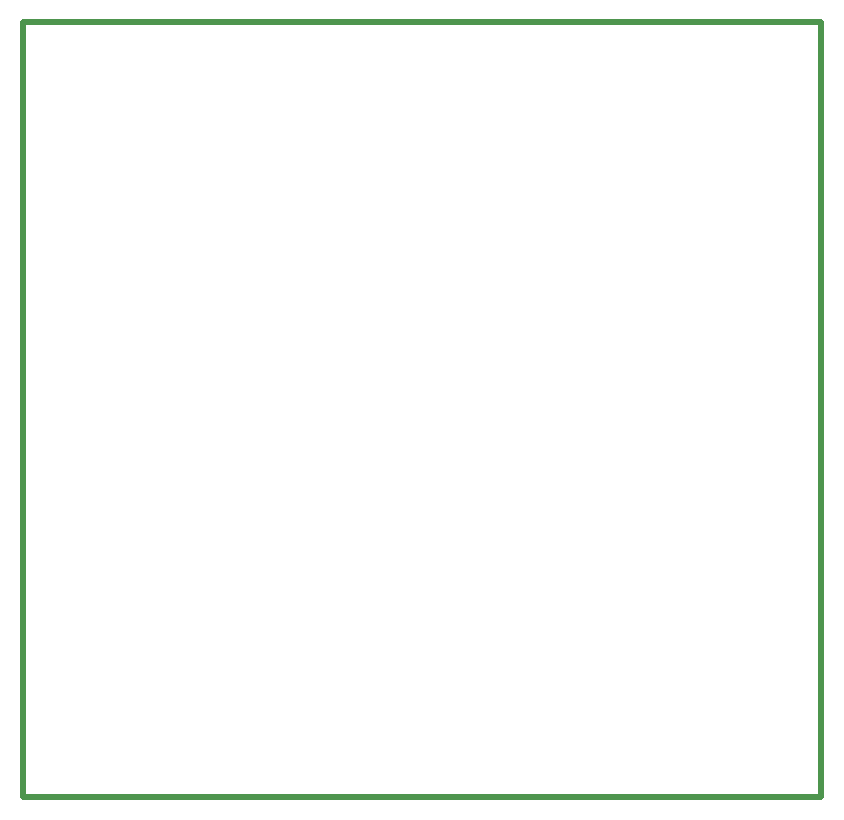
<source format=gko>
G04*
G04 #@! TF.GenerationSoftware,Altium Limited,Altium Designer,21.9.2 (33)*
G04*
G04 Layer_Color=16711935*
%FSTAX24Y24*%
%MOIN*%
G70*
G04*
G04 #@! TF.SameCoordinates,C045CB64-A717-4E46-AD80-C8F196844A4B*
G04*
G04*
G04 #@! TF.FilePolarity,Positive*
G04*
G01*
G75*
%ADD108C,0.0200*%
D108*
X0071Y02625D02*
X0337D01*
X0071Y0004D02*
X0337D01*
X0337Y02625D02*
X0337Y0004D01*
X0071Y02625D02*
X0071Y0004D01*
M02*

</source>
